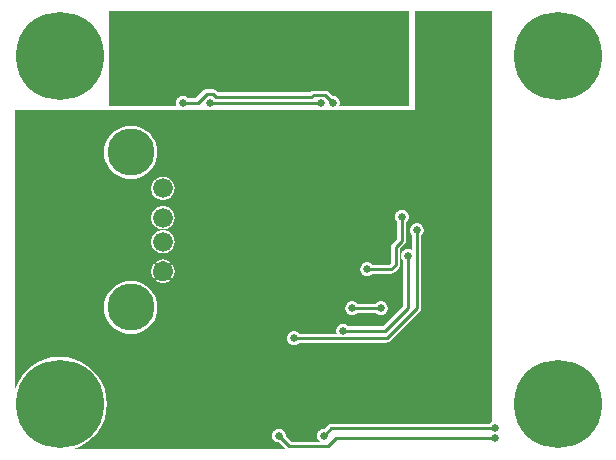
<source format=gbr>
G04 start of page 3 for group 1 idx 1 *
G04 Title: (unknown), bottom *
G04 Creator: pcb 20140316 *
G04 CreationDate: Mon 29 Jan 2018 01:28:48 AM GMT UTC *
G04 For: railfan *
G04 Format: Gerber/RS-274X *
G04 PCB-Dimensions (mil): 2000.00 1500.00 *
G04 PCB-Coordinate-Origin: lower left *
%MOIN*%
%FSLAX25Y25*%
%LNBOTTOM*%
%ADD38C,0.0360*%
%ADD37C,0.0910*%
%ADD36C,0.1285*%
%ADD35C,0.0120*%
%ADD34C,0.0260*%
%ADD33C,0.0660*%
%ADD32C,0.1570*%
%ADD31C,0.2937*%
%ADD30C,0.0100*%
%ADD29C,0.0001*%
G54D29*G36*
X133500Y148000D02*Y116500D01*
X110075D01*
X110194Y116787D01*
X110279Y117139D01*
X110300Y117500D01*
X110279Y117861D01*
X110194Y118213D01*
X110056Y118547D01*
X109866Y118856D01*
X109631Y119131D01*
X109356Y119366D01*
X109047Y119556D01*
X108713Y119694D01*
X108361Y119779D01*
X108000Y119807D01*
X107828Y119794D01*
X106602Y121019D01*
X106564Y121064D01*
X106384Y121217D01*
X106183Y121341D01*
X105965Y121431D01*
X105735Y121486D01*
X105500Y121505D01*
X105441Y121500D01*
X101559D01*
X101500Y121505D01*
X101265Y121486D01*
X101035Y121431D01*
X100817Y121341D01*
X100616Y121217D01*
X100615Y121217D01*
X100436Y121064D01*
X100398Y121019D01*
X100379Y121000D01*
X69621D01*
X69102Y121519D01*
X69064Y121564D01*
X68884Y121717D01*
X68683Y121841D01*
X68465Y121931D01*
X68235Y121986D01*
X68000Y122005D01*
X67941Y122000D01*
X66059D01*
X66000Y122005D01*
X65765Y121986D01*
X65535Y121931D01*
X65317Y121841D01*
X65116Y121717D01*
X65115Y121717D01*
X64936Y121564D01*
X64898Y121519D01*
X62379Y119000D01*
X59744D01*
X59631Y119131D01*
X59356Y119366D01*
X59047Y119556D01*
X58713Y119694D01*
X58361Y119779D01*
X58000Y119807D01*
X57639Y119779D01*
X57287Y119694D01*
X56953Y119556D01*
X56644Y119366D01*
X56369Y119131D01*
X56134Y118856D01*
X55944Y118547D01*
X55806Y118213D01*
X55721Y117861D01*
X55693Y117500D01*
X55721Y117139D01*
X55806Y116787D01*
X55925Y116500D01*
X33500D01*
Y148000D01*
X133500D01*
G37*
G36*
X137000D02*X161000D01*
Y112000D01*
X137000D01*
Y148000D01*
G37*
G36*
X135500D02*X151500D01*
Y111500D01*
X135500D01*
Y148000D01*
G37*
G36*
X125246Y115000D02*X161000D01*
Y11075D01*
X160953Y11056D01*
X160644Y10866D01*
X160369Y10631D01*
X160256Y10500D01*
X125246D01*
Y37500D01*
X125941D01*
X126000Y37495D01*
X126235Y37514D01*
X126235Y37514D01*
X126465Y37569D01*
X126683Y37659D01*
X126884Y37783D01*
X127064Y37936D01*
X127102Y37981D01*
X137019Y47898D01*
X137064Y47936D01*
X137217Y48115D01*
X137217Y48116D01*
X137341Y48317D01*
X137431Y48535D01*
X137486Y48765D01*
X137505Y49000D01*
X137500Y49059D01*
Y73256D01*
X137631Y73369D01*
X137866Y73644D01*
X138056Y73953D01*
X138194Y74287D01*
X138279Y74639D01*
X138300Y75000D01*
X138279Y75361D01*
X138194Y75713D01*
X138056Y76047D01*
X137866Y76356D01*
X137631Y76631D01*
X137356Y76866D01*
X137047Y77056D01*
X136713Y77194D01*
X136361Y77279D01*
X136000Y77307D01*
X135639Y77279D01*
X135287Y77194D01*
X134953Y77056D01*
X134644Y76866D01*
X134369Y76631D01*
X134134Y76356D01*
X133944Y76047D01*
X133806Y75713D01*
X133721Y75361D01*
X133693Y75000D01*
X133721Y74639D01*
X133806Y74287D01*
X133944Y73953D01*
X134134Y73644D01*
X134369Y73369D01*
X134500Y73256D01*
Y68244D01*
X134356Y68366D01*
X134047Y68556D01*
X133713Y68694D01*
X133361Y68779D01*
X133000Y68807D01*
X132639Y68779D01*
X132287Y68694D01*
X131953Y68556D01*
X131644Y68366D01*
X131369Y68131D01*
X131134Y67856D01*
X130944Y67547D01*
X130806Y67213D01*
X130721Y66861D01*
X130693Y66500D01*
X130721Y66139D01*
X130806Y65787D01*
X130944Y65453D01*
X131134Y65144D01*
X131369Y64869D01*
X131500Y64756D01*
Y49621D01*
X125246Y43368D01*
Y47066D01*
X125356Y47134D01*
X125631Y47369D01*
X125866Y47644D01*
X126056Y47953D01*
X126194Y48287D01*
X126279Y48639D01*
X126300Y49000D01*
X126279Y49361D01*
X126194Y49713D01*
X126056Y50047D01*
X125866Y50356D01*
X125631Y50631D01*
X125356Y50866D01*
X125246Y50934D01*
Y60500D01*
X127441D01*
X127500Y60495D01*
X127735Y60514D01*
X127735Y60514D01*
X127965Y60569D01*
X128183Y60659D01*
X128384Y60783D01*
X128564Y60936D01*
X128602Y60981D01*
X130019Y62398D01*
X130064Y62436D01*
X130217Y62615D01*
X130217Y62616D01*
X130341Y62817D01*
X130431Y63035D01*
X130486Y63265D01*
X130505Y63500D01*
X130500Y63559D01*
Y68879D01*
X132019Y70398D01*
X132064Y70436D01*
X132217Y70615D01*
X132217Y70616D01*
X132341Y70817D01*
X132431Y71035D01*
X132486Y71265D01*
X132505Y71500D01*
X132500Y71559D01*
Y77756D01*
X132631Y77869D01*
X132866Y78144D01*
X133056Y78453D01*
X133194Y78787D01*
X133279Y79139D01*
X133300Y79500D01*
X133279Y79861D01*
X133194Y80213D01*
X133056Y80547D01*
X132866Y80856D01*
X132631Y81131D01*
X132356Y81366D01*
X132047Y81556D01*
X131713Y81694D01*
X131361Y81779D01*
X131000Y81807D01*
X130639Y81779D01*
X130287Y81694D01*
X129953Y81556D01*
X129644Y81366D01*
X129369Y81131D01*
X129134Y80856D01*
X128944Y80547D01*
X128806Y80213D01*
X128721Y79861D01*
X128693Y79500D01*
X128721Y79139D01*
X128806Y78787D01*
X128944Y78453D01*
X129134Y78144D01*
X129369Y77869D01*
X129500Y77756D01*
Y72121D01*
X127981Y70602D01*
X127936Y70564D01*
X127783Y70384D01*
X127659Y70183D01*
X127569Y69965D01*
X127514Y69735D01*
X127514Y69735D01*
X127495Y69500D01*
X127500Y69441D01*
Y64121D01*
X126879Y63500D01*
X125246D01*
Y115000D01*
G37*
G36*
Y43368D02*X124879Y43000D01*
X115496D01*
Y46923D01*
X115547Y46944D01*
X115856Y47134D01*
X116131Y47369D01*
X116244Y47500D01*
X122256D01*
X122369Y47369D01*
X122644Y47134D01*
X122953Y46944D01*
X123287Y46806D01*
X123639Y46721D01*
X124000Y46693D01*
X124361Y46721D01*
X124713Y46806D01*
X125047Y46944D01*
X125246Y47066D01*
Y43368D01*
G37*
G36*
Y10500D02*X115496D01*
Y37500D01*
X125246D01*
Y10500D01*
G37*
G36*
X115496Y115000D02*X125246D01*
Y63500D01*
X121244D01*
X121131Y63631D01*
X120856Y63866D01*
X120547Y64056D01*
X120213Y64194D01*
X119861Y64279D01*
X119500Y64307D01*
X119139Y64279D01*
X118787Y64194D01*
X118453Y64056D01*
X118144Y63866D01*
X117869Y63631D01*
X117634Y63356D01*
X117444Y63047D01*
X117306Y62713D01*
X117221Y62361D01*
X117193Y62000D01*
X117221Y61639D01*
X117306Y61287D01*
X117444Y60953D01*
X117634Y60644D01*
X117869Y60369D01*
X118144Y60134D01*
X118453Y59944D01*
X118787Y59806D01*
X119139Y59721D01*
X119500Y59693D01*
X119861Y59721D01*
X120213Y59806D01*
X120547Y59944D01*
X120856Y60134D01*
X121131Y60369D01*
X121244Y60500D01*
X125246D01*
Y50934D01*
X125047Y51056D01*
X124713Y51194D01*
X124361Y51279D01*
X124000Y51307D01*
X123639Y51279D01*
X123287Y51194D01*
X122953Y51056D01*
X122644Y50866D01*
X122369Y50631D01*
X122256Y50500D01*
X116244D01*
X116131Y50631D01*
X115856Y50866D01*
X115547Y51056D01*
X115496Y51077D01*
Y115000D01*
G37*
G36*
X54666Y61749D02*X54687Y61591D01*
X54700Y61300D01*
X54687Y61009D01*
X54666Y60851D01*
Y61749D01*
G37*
G36*
X92379Y2000D02*X54666D01*
Y59172D01*
X54768Y59325D01*
X54929Y59630D01*
X55062Y59948D01*
X55167Y60277D01*
X55243Y60613D01*
X55289Y60955D01*
X55304Y61300D01*
X55289Y61645D01*
X55243Y61987D01*
X55167Y62323D01*
X55062Y62652D01*
X54929Y62970D01*
X54768Y63275D01*
X54666Y63431D01*
Y68966D01*
X54886Y69324D01*
X55121Y69891D01*
X55264Y70488D01*
X55300Y71100D01*
X55264Y71712D01*
X55121Y72309D01*
X54886Y72876D01*
X54666Y73234D01*
Y76966D01*
X54886Y77324D01*
X55121Y77891D01*
X55264Y78488D01*
X55300Y79100D01*
X55264Y79712D01*
X55121Y80309D01*
X54886Y80876D01*
X54666Y81234D01*
Y86766D01*
X54886Y87124D01*
X55121Y87691D01*
X55264Y88288D01*
X55300Y88900D01*
X55264Y89512D01*
X55121Y90109D01*
X54886Y90676D01*
X54666Y91034D01*
Y115000D01*
X115496D01*
Y51077D01*
X115213Y51194D01*
X114861Y51279D01*
X114500Y51307D01*
X114139Y51279D01*
X113787Y51194D01*
X113453Y51056D01*
X113144Y50866D01*
X112869Y50631D01*
X112634Y50356D01*
X112444Y50047D01*
X112306Y49713D01*
X112221Y49361D01*
X112193Y49000D01*
X112221Y48639D01*
X112306Y48287D01*
X112444Y47953D01*
X112634Y47644D01*
X112869Y47369D01*
X113144Y47134D01*
X113453Y46944D01*
X113787Y46806D01*
X114139Y46721D01*
X114500Y46693D01*
X114861Y46721D01*
X115213Y46806D01*
X115496Y46923D01*
Y43000D01*
X113244D01*
X113131Y43131D01*
X112856Y43366D01*
X112547Y43556D01*
X112213Y43694D01*
X111861Y43779D01*
X111500Y43807D01*
X111139Y43779D01*
X110787Y43694D01*
X110453Y43556D01*
X110144Y43366D01*
X109869Y43131D01*
X109634Y42856D01*
X109444Y42547D01*
X109306Y42213D01*
X109221Y41861D01*
X109193Y41500D01*
X109221Y41139D01*
X109306Y40787D01*
X109425Y40500D01*
X96744D01*
X96631Y40631D01*
X96356Y40866D01*
X96047Y41056D01*
X95713Y41194D01*
X95361Y41279D01*
X95000Y41307D01*
X94639Y41279D01*
X94287Y41194D01*
X93953Y41056D01*
X93644Y40866D01*
X93369Y40631D01*
X93134Y40356D01*
X92944Y40047D01*
X92806Y39713D01*
X92721Y39361D01*
X92693Y39000D01*
X92721Y38639D01*
X92806Y38287D01*
X92944Y37953D01*
X93134Y37644D01*
X93369Y37369D01*
X93644Y37134D01*
X93953Y36944D01*
X94287Y36806D01*
X94639Y36721D01*
X95000Y36693D01*
X95361Y36721D01*
X95713Y36806D01*
X96047Y36944D01*
X96356Y37134D01*
X96631Y37369D01*
X96744Y37500D01*
X115496D01*
Y10500D01*
X107559D01*
X107500Y10505D01*
X107265Y10486D01*
X107035Y10431D01*
X106817Y10341D01*
X106616Y10217D01*
X106615Y10217D01*
X106436Y10064D01*
X106398Y10019D01*
X105172Y8794D01*
X105000Y8807D01*
X104639Y8779D01*
X104287Y8694D01*
X103953Y8556D01*
X103644Y8366D01*
X103369Y8131D01*
X103134Y7856D01*
X102944Y7547D01*
X102806Y7213D01*
X102721Y6861D01*
X102693Y6500D01*
X102721Y6139D01*
X102806Y5787D01*
X102944Y5453D01*
X103134Y5144D01*
X103369Y4869D01*
X103644Y4634D01*
X103862Y4500D01*
X94121D01*
X92290Y6331D01*
X92300Y6500D01*
X92279Y6861D01*
X92194Y7213D01*
X92056Y7547D01*
X91866Y7856D01*
X91631Y8131D01*
X91356Y8366D01*
X91047Y8556D01*
X90713Y8694D01*
X90361Y8779D01*
X90000Y8807D01*
X89639Y8779D01*
X89287Y8694D01*
X88953Y8556D01*
X88644Y8366D01*
X88369Y8131D01*
X88134Y7856D01*
X87944Y7547D01*
X87806Y7213D01*
X87721Y6861D01*
X87693Y6500D01*
X87721Y6139D01*
X87806Y5787D01*
X87944Y5453D01*
X88134Y5144D01*
X88369Y4869D01*
X88644Y4634D01*
X88953Y4444D01*
X89287Y4306D01*
X89639Y4221D01*
X90000Y4193D01*
X90172Y4206D01*
X92379Y2000D01*
G37*
G36*
X54666Y91034D02*X54565Y91199D01*
X54166Y91666D01*
X53699Y92065D01*
X53176Y92386D01*
X52609Y92621D01*
X52012Y92764D01*
X51400Y92812D01*
X51394Y92812D01*
Y115000D01*
X54666D01*
Y91034D01*
G37*
G36*
Y81234D02*X54565Y81399D01*
X54166Y81866D01*
X53699Y82265D01*
X53176Y82586D01*
X52609Y82821D01*
X52012Y82964D01*
X51400Y83012D01*
X51394Y83012D01*
Y84988D01*
X51400Y84988D01*
X52012Y85036D01*
X52609Y85179D01*
X53176Y85414D01*
X53699Y85735D01*
X54166Y86134D01*
X54565Y86601D01*
X54666Y86766D01*
Y81234D01*
G37*
G36*
Y73234D02*X54565Y73399D01*
X54166Y73866D01*
X53699Y74265D01*
X53176Y74586D01*
X52609Y74821D01*
X52012Y74964D01*
X51400Y75012D01*
X51394Y75012D01*
Y75188D01*
X51400Y75188D01*
X52012Y75236D01*
X52609Y75379D01*
X53176Y75614D01*
X53699Y75935D01*
X54166Y76334D01*
X54565Y76801D01*
X54666Y76966D01*
Y73234D01*
G37*
G36*
Y2000D02*X51394D01*
Y57396D01*
X51400Y57396D01*
X51745Y57411D01*
X52087Y57457D01*
X52423Y57533D01*
X52752Y57638D01*
X53070Y57771D01*
X53375Y57932D01*
X53664Y58120D01*
X53701Y58150D01*
X53732Y58186D01*
X53758Y58227D01*
X53776Y58271D01*
X53788Y58317D01*
X53792Y58364D01*
X53789Y58412D01*
X53778Y58459D01*
X53760Y58503D01*
X53736Y58544D01*
X53705Y58580D01*
X53669Y58612D01*
X53629Y58637D01*
X53585Y58656D01*
X53538Y58667D01*
X53491Y58672D01*
X53443Y58668D01*
X53397Y58658D01*
X53353Y58640D01*
X53312Y58614D01*
X53069Y58453D01*
X52811Y58317D01*
X52543Y58204D01*
X52265Y58115D01*
X51980Y58051D01*
X51691Y58013D01*
X51400Y58000D01*
X51394Y58000D01*
Y64600D01*
X51400Y64600D01*
X51691Y64587D01*
X51980Y64549D01*
X52265Y64485D01*
X52543Y64396D01*
X52811Y64283D01*
X53069Y64147D01*
X53314Y63988D01*
X53354Y63963D01*
X53398Y63946D01*
X53444Y63935D01*
X53491Y63932D01*
X53538Y63936D01*
X53584Y63947D01*
X53627Y63966D01*
X53667Y63991D01*
X53703Y64022D01*
X53733Y64058D01*
X53757Y64099D01*
X53775Y64142D01*
X53786Y64188D01*
X53789Y64236D01*
X53785Y64283D01*
X53773Y64328D01*
X53755Y64372D01*
X53730Y64412D01*
X53699Y64447D01*
X53662Y64477D01*
X53375Y64668D01*
X53070Y64829D01*
X52752Y64962D01*
X52423Y65067D01*
X52087Y65143D01*
X51745Y65189D01*
X51400Y65204D01*
X51394Y65204D01*
Y67188D01*
X51400Y67188D01*
X52012Y67236D01*
X52609Y67379D01*
X53176Y67614D01*
X53699Y67935D01*
X54166Y68334D01*
X54565Y68801D01*
X54666Y68966D01*
Y63431D01*
X54580Y63564D01*
X54550Y63601D01*
X54514Y63632D01*
X54473Y63658D01*
X54429Y63676D01*
X54383Y63688D01*
X54336Y63692D01*
X54288Y63689D01*
X54241Y63678D01*
X54197Y63660D01*
X54156Y63636D01*
X54120Y63605D01*
X54088Y63569D01*
X54063Y63529D01*
X54044Y63485D01*
X54033Y63438D01*
X54028Y63391D01*
X54032Y63343D01*
X54042Y63297D01*
X54060Y63253D01*
X54086Y63212D01*
X54247Y62969D01*
X54383Y62711D01*
X54496Y62443D01*
X54585Y62165D01*
X54649Y61880D01*
X54666Y61749D01*
Y60851D01*
X54649Y60720D01*
X54585Y60435D01*
X54496Y60157D01*
X54383Y59889D01*
X54247Y59631D01*
X54088Y59386D01*
X54063Y59346D01*
X54046Y59302D01*
X54035Y59256D01*
X54032Y59209D01*
X54036Y59162D01*
X54047Y59116D01*
X54066Y59073D01*
X54091Y59033D01*
X54122Y58997D01*
X54158Y58967D01*
X54199Y58943D01*
X54242Y58925D01*
X54288Y58914D01*
X54335Y58911D01*
X54383Y58915D01*
X54428Y58927D01*
X54472Y58945D01*
X54512Y58970D01*
X54547Y59001D01*
X54577Y59038D01*
X54666Y59172D01*
Y2000D01*
G37*
G36*
X48134Y76966D02*X48235Y76801D01*
X48634Y76334D01*
X49101Y75935D01*
X49624Y75614D01*
X50191Y75379D01*
X50788Y75236D01*
X51394Y75188D01*
Y75012D01*
X50788Y74964D01*
X50191Y74821D01*
X49624Y74586D01*
X49101Y74265D01*
X48634Y73866D01*
X48235Y73399D01*
X48134Y73234D01*
Y76966D01*
G37*
G36*
Y86766D02*X48235Y86601D01*
X48634Y86134D01*
X49101Y85735D01*
X49624Y85414D01*
X50191Y85179D01*
X50788Y85036D01*
X51394Y84988D01*
Y83012D01*
X50788Y82964D01*
X50191Y82821D01*
X49624Y82586D01*
X49101Y82265D01*
X48634Y81866D01*
X48235Y81399D01*
X48134Y81234D01*
Y86766D01*
G37*
G36*
Y96093D02*X48610Y96870D01*
X49143Y98157D01*
X49468Y99511D01*
X49550Y100900D01*
X49468Y102289D01*
X49143Y103643D01*
X48610Y104930D01*
X48134Y105707D01*
Y115000D01*
X51394D01*
Y92812D01*
X50788Y92764D01*
X50191Y92621D01*
X49624Y92386D01*
X49101Y92065D01*
X48634Y91666D01*
X48235Y91199D01*
X48134Y91034D01*
Y96093D01*
G37*
G36*
X51394Y2000D02*X48134D01*
Y44393D01*
X48610Y45170D01*
X49143Y46457D01*
X49468Y47811D01*
X49550Y49200D01*
X49468Y50589D01*
X49143Y51943D01*
X48610Y53230D01*
X48134Y54007D01*
Y59169D01*
X48220Y59036D01*
X48250Y58999D01*
X48286Y58968D01*
X48327Y58942D01*
X48371Y58924D01*
X48417Y58912D01*
X48464Y58908D01*
X48512Y58911D01*
X48559Y58922D01*
X48603Y58940D01*
X48644Y58964D01*
X48680Y58995D01*
X48712Y59031D01*
X48737Y59071D01*
X48756Y59115D01*
X48767Y59162D01*
X48772Y59209D01*
X48768Y59257D01*
X48758Y59303D01*
X48740Y59347D01*
X48714Y59388D01*
X48553Y59631D01*
X48417Y59889D01*
X48304Y60157D01*
X48215Y60435D01*
X48151Y60720D01*
X48134Y60851D01*
Y61749D01*
X48151Y61880D01*
X48215Y62165D01*
X48304Y62443D01*
X48417Y62711D01*
X48553Y62969D01*
X48712Y63214D01*
X48737Y63254D01*
X48754Y63298D01*
X48765Y63344D01*
X48768Y63391D01*
X48764Y63438D01*
X48753Y63484D01*
X48734Y63527D01*
X48709Y63567D01*
X48678Y63603D01*
X48642Y63633D01*
X48601Y63657D01*
X48558Y63675D01*
X48512Y63686D01*
X48464Y63689D01*
X48417Y63685D01*
X48372Y63673D01*
X48328Y63655D01*
X48288Y63630D01*
X48253Y63599D01*
X48223Y63562D01*
X48134Y63428D01*
Y68966D01*
X48235Y68801D01*
X48634Y68334D01*
X49101Y67935D01*
X49624Y67614D01*
X50191Y67379D01*
X50788Y67236D01*
X51394Y67188D01*
Y65204D01*
X51055Y65189D01*
X50713Y65143D01*
X50377Y65067D01*
X50048Y64962D01*
X49730Y64829D01*
X49425Y64668D01*
X49136Y64480D01*
X49099Y64450D01*
X49068Y64414D01*
X49042Y64373D01*
X49024Y64329D01*
X49012Y64283D01*
X49008Y64236D01*
X49011Y64188D01*
X49022Y64141D01*
X49040Y64097D01*
X49064Y64056D01*
X49095Y64020D01*
X49131Y63988D01*
X49171Y63963D01*
X49215Y63944D01*
X49262Y63933D01*
X49309Y63928D01*
X49357Y63932D01*
X49403Y63942D01*
X49447Y63960D01*
X49488Y63986D01*
X49731Y64147D01*
X49989Y64283D01*
X50257Y64396D01*
X50535Y64485D01*
X50820Y64549D01*
X51109Y64587D01*
X51394Y64600D01*
Y58000D01*
X51109Y58013D01*
X50820Y58051D01*
X50535Y58115D01*
X50257Y58204D01*
X49989Y58317D01*
X49731Y58453D01*
X49486Y58612D01*
X49446Y58637D01*
X49402Y58654D01*
X49356Y58665D01*
X49309Y58668D01*
X49262Y58664D01*
X49216Y58653D01*
X49173Y58634D01*
X49133Y58609D01*
X49097Y58578D01*
X49067Y58542D01*
X49043Y58501D01*
X49025Y58458D01*
X49014Y58412D01*
X49011Y58365D01*
X49015Y58317D01*
X49027Y58272D01*
X49045Y58228D01*
X49070Y58188D01*
X49101Y58153D01*
X49138Y58123D01*
X49425Y57932D01*
X49730Y57771D01*
X50048Y57638D01*
X50377Y57533D01*
X50713Y57457D01*
X51055Y57411D01*
X51394Y57396D01*
Y2000D01*
G37*
G36*
X48134Y60851D02*X48113Y61009D01*
X48100Y61300D01*
X48113Y61591D01*
X48134Y61749D01*
Y60851D01*
G37*
G36*
Y105707D02*X47882Y106118D01*
X46977Y107177D01*
X45918Y108082D01*
X44730Y108810D01*
X43443Y109343D01*
X42089Y109668D01*
X40700Y109777D01*
X40686Y109776D01*
Y115000D01*
X48134D01*
Y105707D01*
G37*
G36*
Y54007D02*X47882Y54418D01*
X46977Y55477D01*
X45918Y56382D01*
X44730Y57110D01*
X43443Y57643D01*
X42089Y57968D01*
X40700Y58077D01*
X40686Y58076D01*
Y92024D01*
X40700Y92023D01*
X42089Y92132D01*
X43443Y92457D01*
X44730Y92990D01*
X45918Y93718D01*
X46977Y94623D01*
X47882Y95682D01*
X48134Y96093D01*
Y91034D01*
X47914Y90676D01*
X47679Y90109D01*
X47536Y89512D01*
X47488Y88900D01*
X47536Y88288D01*
X47679Y87691D01*
X47914Y87124D01*
X48134Y86766D01*
Y81234D01*
X47914Y80876D01*
X47679Y80309D01*
X47536Y79712D01*
X47488Y79100D01*
X47536Y78488D01*
X47679Y77891D01*
X47914Y77324D01*
X48134Y76966D01*
Y73234D01*
X47914Y72876D01*
X47679Y72309D01*
X47536Y71712D01*
X47488Y71100D01*
X47536Y70488D01*
X47679Y69891D01*
X47914Y69324D01*
X48134Y68966D01*
Y63428D01*
X48032Y63275D01*
X47871Y62970D01*
X47738Y62652D01*
X47633Y62323D01*
X47557Y61987D01*
X47511Y61645D01*
X47496Y61300D01*
X47511Y60955D01*
X47557Y60613D01*
X47633Y60277D01*
X47738Y59948D01*
X47871Y59630D01*
X48032Y59325D01*
X48134Y59169D01*
Y54007D01*
G37*
G36*
Y2000D02*X40686D01*
Y40324D01*
X40700Y40323D01*
X42089Y40432D01*
X43443Y40757D01*
X44730Y41290D01*
X45918Y42018D01*
X46977Y42923D01*
X47882Y43982D01*
X48134Y44393D01*
Y2000D01*
G37*
G36*
X40686D02*X21705D01*
X21862Y2038D01*
X24142Y2982D01*
X26247Y4272D01*
X28124Y5876D01*
X29728Y7753D01*
X31018Y9858D01*
X31962Y12138D01*
X32539Y14539D01*
X32684Y17000D01*
X32539Y19461D01*
X31962Y21862D01*
X31018Y24142D01*
X29728Y26247D01*
X28124Y28124D01*
X26247Y29728D01*
X24142Y31018D01*
X21862Y31962D01*
X19461Y32539D01*
X17000Y32732D01*
X14539Y32539D01*
X12138Y31962D01*
X9858Y31018D01*
X7753Y29728D01*
X5876Y28124D01*
X4272Y26247D01*
X2982Y24142D01*
X2038Y21862D01*
X2000Y21705D01*
Y115000D01*
X40686D01*
Y109776D01*
X39311Y109668D01*
X37957Y109343D01*
X36670Y108810D01*
X35482Y108082D01*
X34423Y107177D01*
X33518Y106118D01*
X32790Y104930D01*
X32257Y103643D01*
X31932Y102289D01*
X31823Y100900D01*
X31932Y99511D01*
X32257Y98157D01*
X32790Y96870D01*
X33518Y95682D01*
X34423Y94623D01*
X35482Y93718D01*
X36670Y92990D01*
X37957Y92457D01*
X39311Y92132D01*
X40686Y92024D01*
Y58076D01*
X39311Y57968D01*
X37957Y57643D01*
X36670Y57110D01*
X35482Y56382D01*
X34423Y55477D01*
X33518Y54418D01*
X32790Y53230D01*
X32257Y51943D01*
X31932Y50589D01*
X31823Y49200D01*
X31932Y47811D01*
X32257Y46457D01*
X32790Y45170D01*
X33518Y43982D01*
X34423Y42923D01*
X35482Y42018D01*
X36670Y41290D01*
X37957Y40757D01*
X39311Y40432D01*
X40686Y40324D01*
Y2000D01*
G37*
G54D30*X125300Y41500D02*X111500D01*
X133000Y49000D02*X125500Y41500D01*
X114500Y49000D02*X124000D01*
X133000Y66500D02*Y49000D01*
X119500Y62000D02*X127500D01*
X129000Y63500D01*
Y69500D01*
X131000Y71500D01*
Y79500D01*
X136000Y75000D02*Y49000D01*
X126000Y39000D01*
X95000D01*
X162000Y5652D02*X109152D01*
X106500Y3000D01*
X93500D01*
X90000Y6500D01*
X162000Y9000D02*X107500D01*
X105000Y6500D01*
X69000Y119500D02*X68000Y120500D01*
X66000D01*
X67000Y117500D02*X104000D01*
X108000D02*X105500Y120000D01*
X101500D01*
X101000Y119500D01*
X69000D01*
X66000Y120500D02*X63000Y117500D01*
X58000D01*
G54D31*X17000Y17000D03*
G54D32*X40700Y49200D03*
G54D33*X51400Y71100D03*
Y61300D03*
G54D31*X183000Y133000D03*
Y17000D03*
X17000Y133000D03*
G54D32*X40700Y100900D03*
G54D33*X51400Y79100D03*
Y88900D03*
G54D34*X86500Y113000D03*
Y109500D03*
Y106000D03*
X96500Y113000D03*
Y109500D03*
Y106000D03*
X67000Y117500D03*
X58000D03*
X52500Y53500D03*
X59000Y64000D03*
Y86000D03*
X71000D03*
X140000Y131000D03*
X151000D03*
X162000Y9000D03*
Y5652D03*
X104000Y117500D03*
X108000D03*
X126000Y144000D03*
X122500D03*
X119000D03*
X126000Y130000D03*
X122500D03*
X119000D03*
X115500D03*
X110500D03*
X115500Y144000D03*
X112500Y137000D03*
Y140500D03*
Y133500D03*
X110500Y144000D03*
X111500Y41500D03*
X114500Y49000D03*
X112000Y63500D03*
X124000Y49000D03*
X120500Y66250D03*
X124500Y90000D03*
Y86000D03*
X119500Y62000D03*
X105000Y6500D03*
X133000Y66500D03*
X131000Y79500D03*
X136000Y75000D03*
X43500Y66500D03*
Y62000D03*
X71000Y64000D03*
X96000Y60000D03*
Y64000D03*
X39000Y66500D03*
Y62000D03*
X95000Y39000D03*
X90000Y6500D03*
X74000Y30000D03*
Y34000D03*
X77500Y11500D03*
G54D35*G54D36*G54D37*G54D38*G54D36*G54D37*G54D38*M02*

</source>
